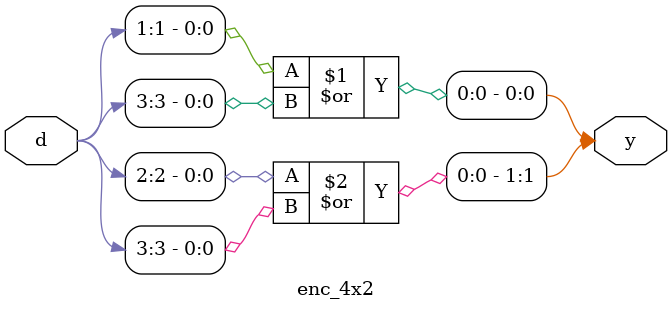
<source format=v>
module enc_4x2 (
    output [1:0] y,
    input [3:0] d
);
    or G1(y[0], d[1], d[3]);
    or G2(y[1], d[2], d[3]);

endmodule
</source>
